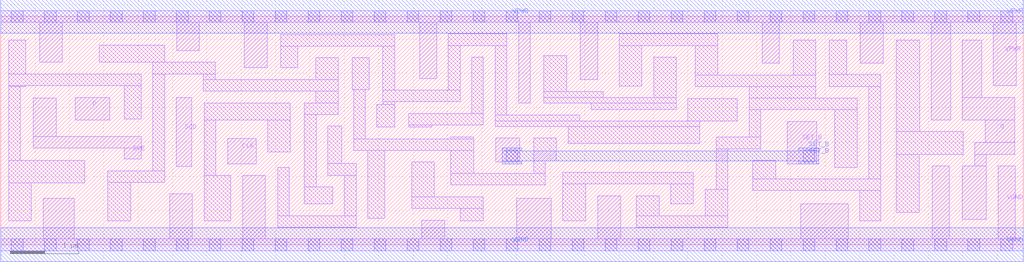
<source format=lef>
# Copyright 2020 The SkyWater PDK Authors
#
# Licensed under the Apache License, Version 2.0 (the "License");
# you may not use this file except in compliance with the License.
# You may obtain a copy of the License at
#
#     https://www.apache.org/licenses/LICENSE-2.0
#
# Unless required by applicable law or agreed to in writing, software
# distributed under the License is distributed on an "AS IS" BASIS,
# WITHOUT WARRANTIES OR CONDITIONS OF ANY KIND, either express or implied.
# See the License for the specific language governing permissions and
# limitations under the License.
#
# SPDX-License-Identifier: Apache-2.0

VERSION 5.7 ;
  NAMESCASESENSITIVE ON ;
  NOWIREEXTENSIONATPIN ON ;
  DIVIDERCHAR "/" ;
  BUSBITCHARS "[]" ;
UNITS
  DATABASE MICRONS 200 ;
END UNITS
MACRO sky130_fd_sc_ms__sdfstp_2
  CLASS CORE ;
  SOURCE USER ;
  FOREIGN sky130_fd_sc_ms__sdfstp_2 ;
  ORIGIN  0.000000  0.000000 ;
  SIZE  14.88000 BY  3.330000 ;
  SYMMETRY X Y ;
  SITE unit ;
  PIN D
    ANTENNAGATEAREA  0.178200 ;
    DIRECTION INPUT ;
    USE SIGNAL ;
    PORT
      LAYER li1 ;
        RECT 1.085000 1.820000 1.585000 2.150000 ;
    END
  END D
  PIN Q
    ANTENNADIFFAREA  0.509600 ;
    DIRECTION OUTPUT ;
    USE SIGNAL ;
    PORT
      LAYER li1 ;
        RECT 13.990000 0.370000 14.345000 1.150000 ;
        RECT 13.995000 1.820000 14.755000 2.150000 ;
        RECT 13.995000 2.150000 14.275000 2.980000 ;
        RECT 14.175000 1.150000 14.345000 1.320000 ;
        RECT 14.175000 1.320000 14.755000 1.490000 ;
        RECT 14.325000 1.490000 14.755000 1.820000 ;
    END
  END Q
  PIN SCD
    ANTENNAGATEAREA  0.178200 ;
    DIRECTION INPUT ;
    USE SIGNAL ;
    PORT
      LAYER li1 ;
        RECT 2.555000 1.140000 2.780000 2.150000 ;
    END
  END SCD
  PIN SCE
    ANTENNAGATEAREA  0.356400 ;
    DIRECTION INPUT ;
    USE SIGNAL ;
    PORT
      LAYER li1 ;
        RECT 0.475000 1.410000 2.045000 1.580000 ;
        RECT 0.475000 1.580000 0.805000 2.140000 ;
        RECT 1.795000 1.250000 2.045000 1.410000 ;
    END
  END SCE
  PIN SET_B
    ANTENNAGATEAREA  0.277200 ;
    DIRECTION INPUT ;
    USE SIGNAL ;
    PORT
      LAYER li1 ;
        RECT  7.205000 1.210000  7.555000 1.555000 ;
        RECT 11.445000 1.180000 11.875000 1.800000 ;
      LAYER mcon ;
        RECT  7.355000 1.210000  7.525000 1.380000 ;
        RECT 11.675000 1.210000 11.845000 1.380000 ;
      LAYER met1 ;
        RECT  7.295000 1.180000  7.585000 1.225000 ;
        RECT  7.295000 1.225000 11.905000 1.365000 ;
        RECT  7.295000 1.365000  7.585000 1.410000 ;
        RECT 11.615000 1.180000 11.905000 1.225000 ;
        RECT 11.615000 1.365000 11.905000 1.410000 ;
    END
  END SET_B
  PIN CLK
    ANTENNAGATEAREA  0.312600 ;
    DIRECTION INPUT ;
    USE CLOCK ;
    PORT
      LAYER li1 ;
        RECT 3.300000 1.180000 3.715000 1.550000 ;
    END
  END CLK
  PIN VGND
    DIRECTION INOUT ;
    USE GROUND ;
    PORT
      LAYER li1 ;
        RECT  0.000000 -0.085000 14.880000 0.085000 ;
        RECT  0.615000  0.085000  1.070000 0.680000 ;
        RECT  2.460000  0.085000  2.790000 0.740000 ;
        RECT  3.520000  0.085000  3.850000 1.010000 ;
        RECT  6.130000  0.085000  6.460000 0.360000 ;
        RECT  7.510000  0.085000  8.010000 0.680000 ;
        RECT  8.690000  0.085000  9.020000 0.715000 ;
        RECT 11.640000  0.085000 12.330000 0.600000 ;
        RECT 13.555000  0.085000 13.805000 1.150000 ;
        RECT 14.515000  0.085000 14.765000 1.150000 ;
      LAYER mcon ;
        RECT  0.155000 -0.085000  0.325000 0.085000 ;
        RECT  0.635000 -0.085000  0.805000 0.085000 ;
        RECT  1.115000 -0.085000  1.285000 0.085000 ;
        RECT  1.595000 -0.085000  1.765000 0.085000 ;
        RECT  2.075000 -0.085000  2.245000 0.085000 ;
        RECT  2.555000 -0.085000  2.725000 0.085000 ;
        RECT  3.035000 -0.085000  3.205000 0.085000 ;
        RECT  3.515000 -0.085000  3.685000 0.085000 ;
        RECT  3.995000 -0.085000  4.165000 0.085000 ;
        RECT  4.475000 -0.085000  4.645000 0.085000 ;
        RECT  4.955000 -0.085000  5.125000 0.085000 ;
        RECT  5.435000 -0.085000  5.605000 0.085000 ;
        RECT  5.915000 -0.085000  6.085000 0.085000 ;
        RECT  6.395000 -0.085000  6.565000 0.085000 ;
        RECT  6.875000 -0.085000  7.045000 0.085000 ;
        RECT  7.355000 -0.085000  7.525000 0.085000 ;
        RECT  7.835000 -0.085000  8.005000 0.085000 ;
        RECT  8.315000 -0.085000  8.485000 0.085000 ;
        RECT  8.795000 -0.085000  8.965000 0.085000 ;
        RECT  9.275000 -0.085000  9.445000 0.085000 ;
        RECT  9.755000 -0.085000  9.925000 0.085000 ;
        RECT 10.235000 -0.085000 10.405000 0.085000 ;
        RECT 10.715000 -0.085000 10.885000 0.085000 ;
        RECT 11.195000 -0.085000 11.365000 0.085000 ;
        RECT 11.675000 -0.085000 11.845000 0.085000 ;
        RECT 12.155000 -0.085000 12.325000 0.085000 ;
        RECT 12.635000 -0.085000 12.805000 0.085000 ;
        RECT 13.115000 -0.085000 13.285000 0.085000 ;
        RECT 13.595000 -0.085000 13.765000 0.085000 ;
        RECT 14.075000 -0.085000 14.245000 0.085000 ;
        RECT 14.555000 -0.085000 14.725000 0.085000 ;
      LAYER met1 ;
        RECT 0.000000 -0.245000 14.880000 0.245000 ;
    END
  END VGND
  PIN VPWR
    DIRECTION INOUT ;
    USE POWER ;
    PORT
      LAYER li1 ;
        RECT  0.000000 3.245000 14.880000 3.415000 ;
        RECT  0.565000 2.660000  0.895000 3.245000 ;
        RECT  2.560000 2.830000  2.890000 3.245000 ;
        RECT  3.545000 2.580000  3.875000 3.245000 ;
        RECT  6.095000 2.425000  6.345000 3.245000 ;
        RECT  7.535000 2.065000  7.705000 3.245000 ;
        RECT  8.435000 2.405000  8.685000 3.245000 ;
        RECT 11.080000 2.645000 11.330000 3.245000 ;
        RECT 12.510000 2.650000 12.840000 3.245000 ;
        RECT 13.540000 1.820000 13.825000 3.245000 ;
        RECT 14.445000 2.320000 14.775000 3.245000 ;
      LAYER mcon ;
        RECT  0.155000 3.245000  0.325000 3.415000 ;
        RECT  0.635000 3.245000  0.805000 3.415000 ;
        RECT  1.115000 3.245000  1.285000 3.415000 ;
        RECT  1.595000 3.245000  1.765000 3.415000 ;
        RECT  2.075000 3.245000  2.245000 3.415000 ;
        RECT  2.555000 3.245000  2.725000 3.415000 ;
        RECT  3.035000 3.245000  3.205000 3.415000 ;
        RECT  3.515000 3.245000  3.685000 3.415000 ;
        RECT  3.995000 3.245000  4.165000 3.415000 ;
        RECT  4.475000 3.245000  4.645000 3.415000 ;
        RECT  4.955000 3.245000  5.125000 3.415000 ;
        RECT  5.435000 3.245000  5.605000 3.415000 ;
        RECT  5.915000 3.245000  6.085000 3.415000 ;
        RECT  6.395000 3.245000  6.565000 3.415000 ;
        RECT  6.875000 3.245000  7.045000 3.415000 ;
        RECT  7.355000 3.245000  7.525000 3.415000 ;
        RECT  7.835000 3.245000  8.005000 3.415000 ;
        RECT  8.315000 3.245000  8.485000 3.415000 ;
        RECT  8.795000 3.245000  8.965000 3.415000 ;
        RECT  9.275000 3.245000  9.445000 3.415000 ;
        RECT  9.755000 3.245000  9.925000 3.415000 ;
        RECT 10.235000 3.245000 10.405000 3.415000 ;
        RECT 10.715000 3.245000 10.885000 3.415000 ;
        RECT 11.195000 3.245000 11.365000 3.415000 ;
        RECT 11.675000 3.245000 11.845000 3.415000 ;
        RECT 12.155000 3.245000 12.325000 3.415000 ;
        RECT 12.635000 3.245000 12.805000 3.415000 ;
        RECT 13.115000 3.245000 13.285000 3.415000 ;
        RECT 13.595000 3.245000 13.765000 3.415000 ;
        RECT 14.075000 3.245000 14.245000 3.415000 ;
        RECT 14.555000 3.245000 14.725000 3.415000 ;
      LAYER met1 ;
        RECT 0.000000 3.085000 14.880000 3.575000 ;
    END
  END VPWR
  OBS
    LAYER li1 ;
      RECT  0.115000 0.350000  0.445000 0.900000 ;
      RECT  0.115000 0.900000  1.225000 1.230000 ;
      RECT  0.115000 1.230000  0.285000 2.310000 ;
      RECT  0.115000 2.310000  0.365000 2.320000 ;
      RECT  0.115000 2.320000  2.045000 2.490000 ;
      RECT  0.115000 2.490000  0.365000 2.980000 ;
      RECT  1.435000 2.660000  2.385000 2.910000 ;
      RECT  1.560000 0.350000  1.890000 0.910000 ;
      RECT  1.560000 0.910000  2.385000 1.080000 ;
      RECT  1.795000 1.830000  2.045000 2.320000 ;
      RECT  2.215000 1.080000  2.385000 2.490000 ;
      RECT  2.215000 2.490000  3.120000 2.660000 ;
      RECT  2.950000 2.240000  4.915000 2.410000 ;
      RECT  2.950000 2.410000  3.120000 2.490000 ;
      RECT  2.960000 0.350000  3.350000 1.010000 ;
      RECT  2.960000 1.010000  3.130000 1.820000 ;
      RECT  2.960000 1.820000  4.215000 2.070000 ;
      RECT  3.885000 1.350000  4.215000 1.820000 ;
      RECT  4.030000 0.255000  5.170000 0.425000 ;
      RECT  4.030000 0.425000  4.200000 1.130000 ;
      RECT  4.075000 2.580000  4.325000 2.895000 ;
      RECT  4.075000 2.895000  5.730000 3.065000 ;
      RECT  4.420000 0.595000  4.830000 0.845000 ;
      RECT  4.420000 0.845000  4.590000 1.900000 ;
      RECT  4.420000 1.900000  4.915000 2.070000 ;
      RECT  4.585000 2.070000  4.915000 2.240000 ;
      RECT  4.585000 2.410000  4.915000 2.725000 ;
      RECT  4.760000 1.015000  5.170000 1.185000 ;
      RECT  4.760000 1.185000  4.965000 1.730000 ;
      RECT  5.000000 0.425000  5.170000 1.015000 ;
      RECT  5.115000 2.265000  5.365000 2.725000 ;
      RECT  5.135000 1.375000  6.880000 1.545000 ;
      RECT  5.135000 1.545000  5.305000 2.265000 ;
      RECT  5.340000 0.385000  5.590000 1.375000 ;
      RECT  5.475000 1.715000  5.730000 2.045000 ;
      RECT  5.560000 2.045000  5.730000 2.085000 ;
      RECT  5.560000 2.085000  6.685000 2.255000 ;
      RECT  5.560000 2.255000  5.730000 2.895000 ;
      RECT  5.940000 1.715000  6.270000 1.745000 ;
      RECT  5.940000 1.745000  7.025000 1.915000 ;
      RECT  5.980000 0.530000  7.020000 0.700000 ;
      RECT  5.980000 0.700000  6.310000 1.205000 ;
      RECT  6.515000 2.255000  6.685000 2.905000 ;
      RECT  6.515000 2.905000  7.365000 3.075000 ;
      RECT  6.550000 0.870000  7.925000 1.040000 ;
      RECT  6.550000 1.040000  6.880000 1.375000 ;
      RECT  6.550000 1.545000  6.880000 1.570000 ;
      RECT  6.690000 0.350000  7.020000 0.530000 ;
      RECT  6.855000 1.915000  7.025000 2.735000 ;
      RECT  7.195000 1.725000 10.170000 1.805000 ;
      RECT  7.195000 1.805000  8.425000 1.895000 ;
      RECT  7.195000 1.895000  7.365000 2.905000 ;
      RECT  7.755000 1.040000  7.925000 1.225000 ;
      RECT  7.755000 1.225000  8.085000 1.555000 ;
      RECT  7.905000 2.065000  9.830000 2.145000 ;
      RECT  7.905000 2.145000  8.765000 2.235000 ;
      RECT  7.905000 2.235000  8.235000 2.755000 ;
      RECT  8.180000 0.350000  8.510000 0.885000 ;
      RECT  8.180000 0.885000 10.080000 1.055000 ;
      RECT  8.255000 1.475000 10.170000 1.725000 ;
      RECT  8.595000 1.975000  9.830000 2.065000 ;
      RECT  9.000000 2.315000  9.330000 2.905000 ;
      RECT  9.000000 2.905000 10.435000 3.075000 ;
      RECT  9.250000 0.255000 10.580000 0.425000 ;
      RECT  9.250000 0.425000  9.580000 0.715000 ;
      RECT  9.500000 2.145000  9.830000 2.735000 ;
      RECT  9.750000 0.595000 10.080000 0.885000 ;
      RECT 10.000000 1.805000 10.720000 2.135000 ;
      RECT 10.105000 2.305000 11.860000 2.475000 ;
      RECT 10.105000 2.475000 10.435000 2.905000 ;
      RECT 10.250000 0.425000 10.580000 0.810000 ;
      RECT 10.410000 0.810000 10.580000 1.400000 ;
      RECT 10.410000 1.400000 11.060000 1.570000 ;
      RECT 10.890000 1.570000 11.060000 1.970000 ;
      RECT 10.890000 1.970000 12.465000 2.140000 ;
      RECT 10.890000 2.140000 11.860000 2.305000 ;
      RECT 10.945000 0.790000 12.805000 0.960000 ;
      RECT 10.945000 0.960000 11.275000 1.230000 ;
      RECT 11.530000 2.475000 11.860000 2.980000 ;
      RECT 12.060000 2.310000 12.805000 2.480000 ;
      RECT 12.060000 2.480000 12.310000 2.980000 ;
      RECT 12.135000 1.130000 12.465000 1.970000 ;
      RECT 12.500000 0.350000 12.805000 0.790000 ;
      RECT 12.635000 0.960000 12.805000 2.310000 ;
      RECT 13.035000 0.470000 13.365000 1.320000 ;
      RECT 13.035000 1.320000 14.005000 1.650000 ;
      RECT 13.035000 1.650000 13.370000 2.980000 ;
  END
END sky130_fd_sc_ms__sdfstp_2

</source>
